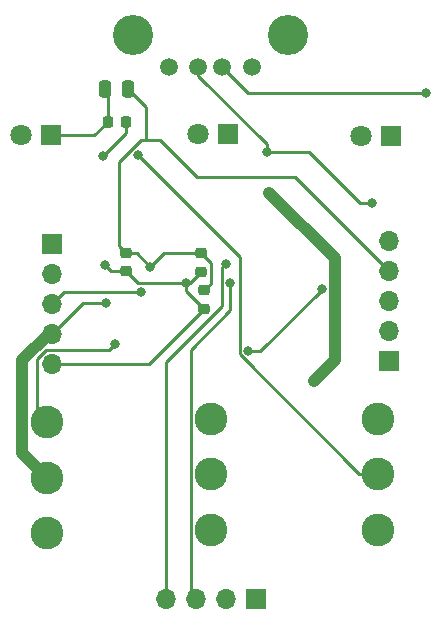
<source format=gbl>
G04 #@! TF.GenerationSoftware,KiCad,Pcbnew,7.0.1*
G04 #@! TF.CreationDate,2023-08-25T12:02:58+10:00*
G04 #@! TF.ProjectId,firetruck controller,66697265-7472-4756-936b-20636f6e7472,rev?*
G04 #@! TF.SameCoordinates,Original*
G04 #@! TF.FileFunction,Copper,L2,Bot*
G04 #@! TF.FilePolarity,Positive*
%FSLAX46Y46*%
G04 Gerber Fmt 4.6, Leading zero omitted, Abs format (unit mm)*
G04 Created by KiCad (PCBNEW 7.0.1) date 2023-08-25 12:02:58*
%MOMM*%
%LPD*%
G01*
G04 APERTURE LIST*
G04 Aperture macros list*
%AMRoundRect*
0 Rectangle with rounded corners*
0 $1 Rounding radius*
0 $2 $3 $4 $5 $6 $7 $8 $9 X,Y pos of 4 corners*
0 Add a 4 corners polygon primitive as box body*
4,1,4,$2,$3,$4,$5,$6,$7,$8,$9,$2,$3,0*
0 Add four circle primitives for the rounded corners*
1,1,$1+$1,$2,$3*
1,1,$1+$1,$4,$5*
1,1,$1+$1,$6,$7*
1,1,$1+$1,$8,$9*
0 Add four rect primitives between the rounded corners*
20,1,$1+$1,$2,$3,$4,$5,0*
20,1,$1+$1,$4,$5,$6,$7,0*
20,1,$1+$1,$6,$7,$8,$9,0*
20,1,$1+$1,$8,$9,$2,$3,0*%
G04 Aperture macros list end*
G04 #@! TA.AperFunction,ComponentPad*
%ADD10C,2.775000*%
G04 #@! TD*
G04 #@! TA.AperFunction,ComponentPad*
%ADD11R,1.800000X1.800000*%
G04 #@! TD*
G04 #@! TA.AperFunction,ComponentPad*
%ADD12C,1.800000*%
G04 #@! TD*
G04 #@! TA.AperFunction,ComponentPad*
%ADD13C,1.500000*%
G04 #@! TD*
G04 #@! TA.AperFunction,ComponentPad*
%ADD14C,3.400000*%
G04 #@! TD*
G04 #@! TA.AperFunction,ComponentPad*
%ADD15R,1.700000X1.700000*%
G04 #@! TD*
G04 #@! TA.AperFunction,ComponentPad*
%ADD16O,1.700000X1.700000*%
G04 #@! TD*
G04 #@! TA.AperFunction,SMDPad,CuDef*
%ADD17RoundRect,0.225000X0.225000X0.250000X-0.225000X0.250000X-0.225000X-0.250000X0.225000X-0.250000X0*%
G04 #@! TD*
G04 #@! TA.AperFunction,SMDPad,CuDef*
%ADD18RoundRect,0.225000X-0.250000X0.225000X-0.250000X-0.225000X0.250000X-0.225000X0.250000X0.225000X0*%
G04 #@! TD*
G04 #@! TA.AperFunction,SMDPad,CuDef*
%ADD19RoundRect,0.250000X0.250000X0.475000X-0.250000X0.475000X-0.250000X-0.475000X0.250000X-0.475000X0*%
G04 #@! TD*
G04 #@! TA.AperFunction,ViaPad*
%ADD20C,0.800000*%
G04 #@! TD*
G04 #@! TA.AperFunction,Conductor*
%ADD21C,0.250000*%
G04 #@! TD*
G04 #@! TA.AperFunction,Conductor*
%ADD22C,1.000000*%
G04 #@! TD*
G04 APERTURE END LIST*
D10*
X201720000Y-60460000D03*
X201720000Y-65160000D03*
X201720000Y-69860000D03*
D11*
X202075000Y-36160000D03*
D12*
X199535000Y-36160000D03*
D13*
X219040000Y-30396500D03*
X216540000Y-30396500D03*
X214540000Y-30396500D03*
X212040000Y-30396500D03*
D14*
X222110000Y-27686500D03*
X208970000Y-27686500D03*
D11*
X230825000Y-36250000D03*
D12*
X228285000Y-36250000D03*
D10*
X229750000Y-60150000D03*
X229750000Y-64850000D03*
X229750000Y-69550000D03*
D15*
X230710000Y-55320000D03*
D16*
X230710000Y-52780000D03*
X230710000Y-50240000D03*
X230710000Y-47700000D03*
X230710000Y-45160000D03*
D10*
X215650000Y-60160000D03*
X215650000Y-64860000D03*
X215650000Y-69560000D03*
D11*
X217015000Y-36050000D03*
D12*
X214475000Y-36050000D03*
D15*
X219400000Y-75440000D03*
D16*
X216860000Y-75440000D03*
X214320000Y-75440000D03*
X211780000Y-75440000D03*
D15*
X202140000Y-45360000D03*
D16*
X202140000Y-47900000D03*
X202140000Y-50440000D03*
X202140000Y-52980000D03*
X202140000Y-55520000D03*
D17*
X208405000Y-35020000D03*
X206855000Y-35020000D03*
D18*
X215010000Y-49295000D03*
X215010000Y-50845000D03*
X208430000Y-46145000D03*
X208430000Y-47695000D03*
D19*
X208575000Y-32260000D03*
X206675000Y-32260000D03*
D18*
X214770000Y-46160000D03*
X214770000Y-47710000D03*
D20*
X216890000Y-47080000D03*
X213520000Y-48680000D03*
X206620000Y-47170000D03*
X218780000Y-54430000D03*
X224990000Y-49190000D03*
X207450000Y-53860000D03*
X206450000Y-37960000D03*
X209440000Y-37820000D03*
X206710000Y-50330000D03*
X210470000Y-47300000D03*
X209660000Y-49430000D03*
X217250000Y-48710000D03*
X229210000Y-41920000D03*
X220360000Y-37580000D03*
X233810000Y-32570000D03*
X220550000Y-41030000D03*
X224320000Y-56940000D03*
D21*
X211780000Y-55327817D02*
X216525000Y-50582817D01*
X216525000Y-47365000D02*
X216800000Y-47090000D01*
X211780000Y-75440000D02*
X211780000Y-55327817D01*
X216525000Y-50582817D02*
X216525000Y-47365000D01*
X213520000Y-48680000D02*
X213800000Y-48680000D01*
X213520000Y-48680000D02*
X213520000Y-49355000D01*
X208430000Y-47695000D02*
X209415000Y-48680000D01*
X210335000Y-55520000D02*
X215010000Y-50845000D01*
X213800000Y-48680000D02*
X214770000Y-47710000D01*
X206855000Y-35020000D02*
X205715000Y-36160000D01*
X206855000Y-35020000D02*
X206855000Y-32440000D01*
X213520000Y-49355000D02*
X215010000Y-50845000D01*
X207145000Y-47695000D02*
X208430000Y-47695000D01*
X205715000Y-36160000D02*
X202075000Y-36160000D01*
X206855000Y-32440000D02*
X206675000Y-32260000D01*
X206620000Y-47170000D02*
X207145000Y-47695000D01*
X202140000Y-55520000D02*
X210335000Y-55520000D01*
X209415000Y-48680000D02*
X213520000Y-48680000D01*
X219790000Y-54430000D02*
X224990000Y-49230000D01*
X218780000Y-54430000D02*
X219790000Y-54430000D01*
X206965000Y-54345000D02*
X201653299Y-54345000D01*
X200860000Y-59600000D02*
X201720000Y-60460000D01*
X200860000Y-55138299D02*
X200860000Y-59600000D01*
X201653299Y-54345000D02*
X200860000Y-55138299D01*
X207450000Y-53860000D02*
X206965000Y-54345000D01*
X208405000Y-36005000D02*
X208405000Y-35020000D01*
X206450000Y-37960000D02*
X208405000Y-36005000D01*
X218055000Y-54730305D02*
X228174695Y-64850000D01*
X218055000Y-46435000D02*
X218055000Y-54730305D01*
X228174695Y-64850000D02*
X229750000Y-64850000D01*
X209440000Y-37820000D02*
X218055000Y-46435000D01*
X210470000Y-47300000D02*
X209315000Y-46145000D01*
X209664695Y-36570000D02*
X210080000Y-36570000D01*
D22*
X201720000Y-65160000D02*
X199632500Y-63072500D01*
D21*
X215570000Y-46960000D02*
X214770000Y-46160000D01*
X208575000Y-32260000D02*
X210080000Y-33765000D01*
X211610000Y-46160000D02*
X214770000Y-46160000D01*
X215010000Y-49295000D02*
X215570000Y-48735000D01*
X209315000Y-46145000D02*
X208430000Y-46145000D01*
X222740000Y-39730000D02*
X230710000Y-47700000D01*
D22*
X201851573Y-52980000D02*
X202140000Y-52980000D01*
D21*
X210470000Y-47300000D02*
X211610000Y-46160000D01*
X207840000Y-45555000D02*
X208430000Y-46145000D01*
X210080000Y-36570000D02*
X211300000Y-36570000D01*
X202140000Y-52980000D02*
X204770000Y-50350000D01*
X207840000Y-45555000D02*
X207840000Y-38394695D01*
D22*
X199632500Y-55199073D02*
X201851573Y-52980000D01*
D21*
X214460000Y-39730000D02*
X222740000Y-39730000D01*
X210080000Y-33765000D02*
X210080000Y-36570000D01*
X215570000Y-48735000D02*
X215570000Y-46960000D01*
X207840000Y-38394695D02*
X209664695Y-36570000D01*
X204770000Y-50350000D02*
X206770000Y-50350000D01*
D22*
X199632500Y-63072500D02*
X199632500Y-55199073D01*
D21*
X214460000Y-39730000D02*
X211300000Y-36570000D01*
X203150000Y-49430000D02*
X202140000Y-50440000D01*
X209660000Y-49430000D02*
X203150000Y-49430000D01*
X217250000Y-48710000D02*
X217250000Y-51005000D01*
X217250000Y-51005000D02*
X213937500Y-54317500D01*
X213937500Y-54317500D02*
X213937500Y-75057500D01*
X213937500Y-75057500D02*
X214320000Y-75440000D01*
X214540000Y-31125000D02*
X214540000Y-30396500D01*
X220360000Y-37580000D02*
X220360000Y-36945000D01*
X220360000Y-36945000D02*
X214540000Y-31125000D01*
X223870000Y-37580000D02*
X220360000Y-37580000D01*
X229210000Y-41920000D02*
X228210000Y-41920000D01*
X228210000Y-41920000D02*
X223870000Y-37580000D01*
X218713500Y-32570000D02*
X216540000Y-30396500D01*
X233810000Y-32570000D02*
X218713500Y-32570000D01*
D22*
X226090000Y-55170000D02*
X226090000Y-46570000D01*
X226090000Y-46570000D02*
X220550000Y-41030000D01*
X224320000Y-56940000D02*
X226090000Y-55170000D01*
M02*

</source>
